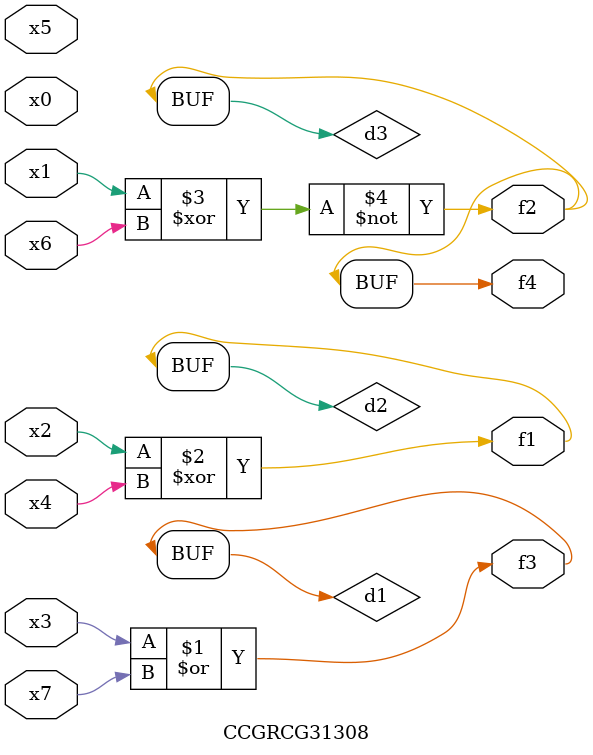
<source format=v>
module CCGRCG31308(
	input x0, x1, x2, x3, x4, x5, x6, x7,
	output f1, f2, f3, f4
);

	wire d1, d2, d3;

	or (d1, x3, x7);
	xor (d2, x2, x4);
	xnor (d3, x1, x6);
	assign f1 = d2;
	assign f2 = d3;
	assign f3 = d1;
	assign f4 = d3;
endmodule

</source>
